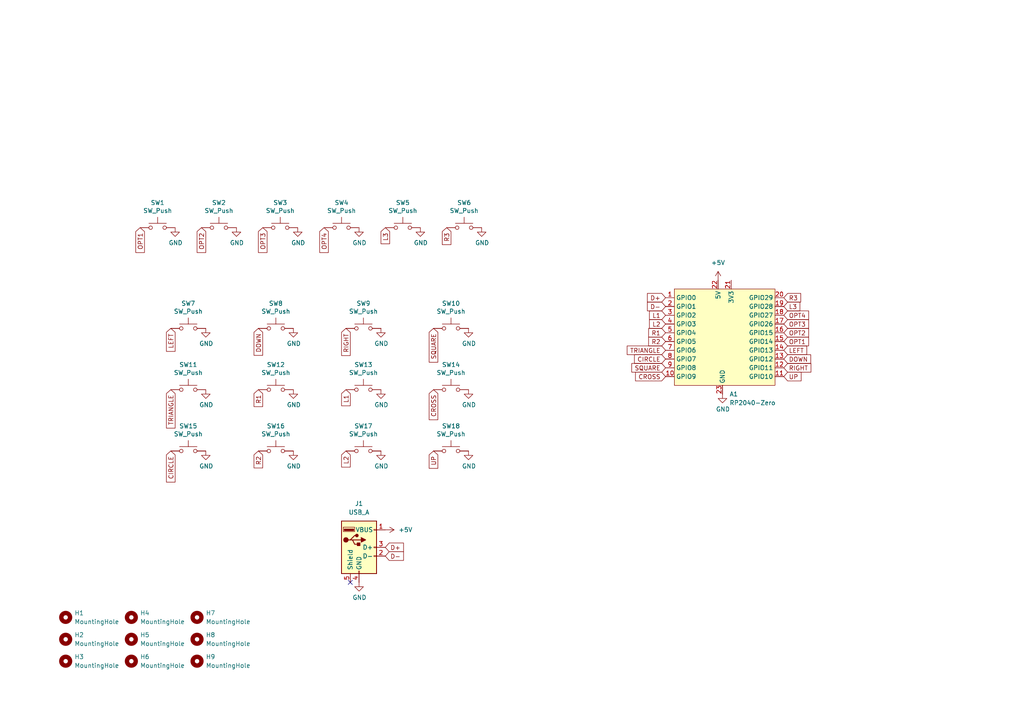
<source format=kicad_sch>
(kicad_sch (version 20230121) (generator eeschema)
  (paper "A4")
  (lib_symbols
    (symbol "Connector:USB_A" (pin_names (offset 1.016))
      (property "Reference" "J" (at -5.08 11.43 0))
      (property "Value" "USB_A" (at -5.08 8.89 0))
      (symbol "USB_A_0_1"
        (rectangle (start -5.08 -7.62) (end 5.08 7.62) (stroke (width 0.254)) (fill (type background)))
        (circle (center -3.81 2.159) (radius 0.635) (stroke (width 0.254)) (fill (type outline)))
        (rectangle (start -1.524 4.826) (end -4.318 5.334) (fill (type outline)))
        (rectangle (start -1.27 4.572) (end -4.572 5.842))
        (circle (center -0.635 3.429) (radius 0.381) (stroke (width 0.254)) (fill (type outline)))
        (rectangle (start -0.127 -7.62) (end 0.127 -6.858))
        (polyline (pts (xy -3.175 2.159) (xy -2.54 2.159) (xy -1.27 3.429) (xy -0.635 3.429)) (stroke (width 0.254)))
        (polyline (pts (xy -2.54 2.159) (xy -1.905 2.159) (xy -1.27 0.889) (xy 0 0.889)) (stroke (width 0.254)))
        (polyline (pts (xy 0.635 2.794) (xy 0.635 1.524) (xy 1.905 2.159) (xy 0.635 2.794)) (stroke (width 0.254)) (fill (type outline)))
        (rectangle (start 0.254 1.27) (end -0.508 0.508) (stroke (width 0.254)) (fill (type outline)))
        (rectangle (start 5.08 -2.667) (end 4.318 -2.413))
        (rectangle (start 5.08 -0.127) (end 4.318 0.127))
        (rectangle (start 5.08 4.953) (end 4.318 5.207))
      )
      (symbol "USB_A_1_1"
        (polyline (pts (xy -1.905 2.159) (xy 0.635 2.159)) (stroke (width 0.254)))
        (pin power_in line (at 7.62 5.08 180) (length 2.54) (name "VBUS") (number "1"))
        (pin bidirectional line (at 7.62 -2.54 180) (length 2.54) (name "D-") (number "2"))
        (pin bidirectional line (at 7.62 0 180) (length 2.54) (name "D+") (number "3"))
        (pin power_in line (at 0 -10.16 90) (length 2.54) (name "GND") (number "4"))
        (pin passive line (at -2.54 -10.16 90) (length 2.54) (name "Shield") (number "5"))
      )
    )
    (symbol "Mechanical:MountingHole" (pin_names (offset 1.016))
      (property "Reference" "H" (at 0 5.08 0))
      (property "Value" "MountingHole" (at 0 3.175 0))
      (symbol "MountingHole_0_1"
        (circle (center 0 0) (radius 1.27) (stroke (width 1.27)))
      )
    )
    (symbol "RP2040-Zero:RP2040-Zero"
      (property "Reference" "U" (at 0 1.27 0))
      (property "Value" "RP2040-Zero" (at 0 -1.27 0))
      (symbol "RP2040-Zero_0_1"
        (rectangle (start -13.97 12.7) (end 15.24 -15.24) (fill (type background)))
      )
      (symbol "RP2040-Zero_1_1"
        (pin bidirectional line (at -16.51 10.16 0) (length 2.54) (name "GPIO0") (number "1"))
        (pin bidirectional line (at -16.51 -12.7 0) (length 2.54) (name "GPIO9") (number "10"))
        (pin bidirectional line (at 17.78 -12.7 180) (length 2.54) (name "GPIO10") (number "11"))
        (pin bidirectional line (at 17.78 -10.16 180) (length 2.54) (name "GPIO11") (number "12"))
        (pin bidirectional line (at 17.78 -7.62 180) (length 2.54) (name "GPIO12") (number "13"))
        (pin bidirectional line (at 17.78 -5.08 180) (length 2.54) (name "GPIO13") (number "14"))
        (pin bidirectional line (at 17.78 -2.54 180) (length 2.54) (name "GPIO14") (number "15"))
        (pin bidirectional line (at 17.78 0 180) (length 2.54) (name "GPIO15") (number "16"))
        (pin bidirectional line (at 17.78 2.54 180) (length 2.54) (name "GPIO26") (number "17"))
        (pin bidirectional line (at 17.78 5.08 180) (length 2.54) (name "GPIO27") (number "18"))
        (pin bidirectional line (at 17.78 7.62 180) (length 2.54) (name "GPIO28") (number "19"))
        (pin bidirectional line (at -16.51 7.62 0) (length 2.54) (name "GPIO1") (number "2"))
        (pin bidirectional line (at 17.78 10.16 180) (length 2.54) (name "GPIO29") (number "20"))
        (pin power_out line (at 2.54 15.24 270) (length 2.54) (name "3V3") (number "21"))
        (pin power_in line (at -1.27 15.24 270) (length 2.54) (name "5V") (number "22"))
        (pin power_in line (at 0 -17.78 90) (length 2.54) (name "GND") (number "23"))
        (pin bidirectional line (at -16.51 5.08 0) (length 2.54) (name "GPIO2") (number "3"))
        (pin bidirectional line (at -16.51 2.54 0) (length 2.54) (name "GPIO3") (number "4"))
        (pin bidirectional line (at -16.51 0 0) (length 2.54) (name "GPIO4") (number "5"))
        (pin bidirectional line (at -16.51 -2.54 0) (length 2.54) (name "GPIO5") (number "6"))
        (pin bidirectional line (at -16.51 -5.08 0) (length 2.54) (name "GPIO6") (number "7"))
        (pin bidirectional line (at -16.51 -7.62 0) (length 2.54) (name "GPIO7") (number "8"))
        (pin bidirectional line (at -16.51 -10.16 0) (length 2.54) (name "GPIO8") (number "9"))
      )
    )
    (symbol "Switch:SW_Push" (pin_numbers hide) (pin_names (offset 1.016) hide)
      (property "Reference" "SW" (at 1.27 2.54 0))
      (property "Value" "SW_Push" (at 0 -1.524 0))
      (symbol "SW_Push_0_1"
        (circle (center -2.032 0) (radius 0.508))
        (polyline (pts (xy 0 1.27) (xy 0 3.048)))
        (polyline (pts (xy 2.54 1.27) (xy -2.54 1.27)))
        (circle (center 2.032 0) (radius 0.508))
        (pin passive line (at -5.08 0 0) (length 2.54) (name "1") (number "1"))
        (pin passive line (at 5.08 0 180) (length 2.54) (name "2") (number "2"))
      )
    )
    (symbol "power:+5V" (power) (pin_names (offset 0))
      (property "Value" "+5V" (at 0 3.556 0))
      (symbol "+5V_0_1"
        (polyline (pts (xy -0.762 1.27) (xy 0 2.54)))
        (polyline (pts (xy 0 0) (xy 0 2.54)))
        (polyline (pts (xy 0 2.54) (xy 0.762 1.27)))
      )
      (symbol "+5V_1_1"
        (pin power_in line (at 0 0 90) (length 0) hide (name "+5V") (number "1"))
      )
    )
    (symbol "power:GND" (power) (pin_names (offset 0))
      (property "Value" "GND" (at 0 -3.81 0))
      (symbol "GND_0_1"
        (polyline (pts (xy 0 0) (xy 0 -1.27) (xy 1.27 -1.27) (xy 0 -2.54) (xy -1.27 -1.27) (xy 0 -1.27)))
      )
      (symbol "GND_1_1"
        (pin power_in line (at 0 0 270) (length 0) hide (name "GND") (number "1"))
      )
    )
  )
  (no_connect (at 101.6 168.91))
  (global_label "TRIANGLE" (shape input) (at 49.53 113.03 270) (property "Intersheetrefs" "${INTERSHEET_REFS}" (effects hide)))
  (global_label "CROSS" (shape input) (at 125.73 113.03 270) (property "Intersheetrefs" "${INTERSHEET_REFS}" (effects hide)))
  (global_label "R2" (shape input) (at 74.93 130.81 270) (property "Intersheetrefs" "${INTERSHEET_REFS}" (effects hide)))
  (global_label "TRIANGLE" (shape input) (at 193.04 101.6 180) (property "Intersheetrefs" "${INTERSHEET_REFS}" (effects hide)))
  (global_label "OPT1" (shape input) (at 227.33 99.06 0) (property "Intersheetrefs" "${INTERSHEET_REFS}" (effects hide)))
  (global_label "L2" (shape input) (at 100.33 130.81 270) (property "Intersheetrefs" "${INTERSHEET_REFS}" (effects hide)))
  (global_label "R1" (shape input) (at 74.93 113.03 270) (property "Intersheetrefs" "${INTERSHEET_REFS}" (effects hide)))
  (global_label "RIGHT" (shape input) (at 100.33 95.25 270) (property "Intersheetrefs" "${INTERSHEET_REFS}" (effects hide)))
  (global_label "SQUARE" (shape input) (at 125.73 95.25 270) (property "Intersheetrefs" "${INTERSHEET_REFS}" (effects hide)))
  (global_label "R3" (shape input) (at 129.54 66.04 270) (property "Intersheetrefs" "${INTERSHEET_REFS}" (effects hide)))
  (global_label "D+" (shape input) (at 111.76 158.75 0) (property "Intersheetrefs" "${INTERSHEET_REFS}" (effects hide)))
  (global_label "SQUARE" (shape input) (at 193.04 106.68 180) (property "Intersheetrefs" "${INTERSHEET_REFS}" (effects hide)))
  (global_label "OPT2" (shape input) (at 58.42 66.04 270) (property "Intersheetrefs" "${INTERSHEET_REFS}" (effects hide)))
  (global_label "UP" (shape input) (at 125.73 130.81 270) (property "Intersheetrefs" "${INTERSHEET_REFS}" (effects hide)))
  (global_label "RIGHT" (shape input) (at 227.33 106.68 0) (property "Intersheetrefs" "${INTERSHEET_REFS}" (effects hide)))
  (global_label "R1" (shape input) (at 193.04 96.52 180) (property "Intersheetrefs" "${INTERSHEET_REFS}" (effects hide)))
  (global_label "OPT3" (shape input) (at 227.33 93.98 0) (property "Intersheetrefs" "${INTERSHEET_REFS}" (effects hide)))
  (global_label "CIRCLE" (shape input) (at 193.04 104.14 180) (property "Intersheetrefs" "${INTERSHEET_REFS}" (effects hide)))
  (global_label "L2" (shape input) (at 193.04 93.98 180) (property "Intersheetrefs" "${INTERSHEET_REFS}" (effects hide)))
  (global_label "CROSS" (shape input) (at 193.04 109.22 180) (property "Intersheetrefs" "${INTERSHEET_REFS}" (effects hide)))
  (global_label "OPT4" (shape input) (at 227.33 91.44 0) (property "Intersheetrefs" "${INTERSHEET_REFS}" (effects hide)))
  (global_label "DOWN" (shape input) (at 74.93 95.25 270) (property "Intersheetrefs" "${INTERSHEET_REFS}" (effects hide)))
  (global_label "LEFT" (shape input) (at 227.33 101.6 0) (property "Intersheetrefs" "${INTERSHEET_REFS}" (effects hide)))
  (global_label "R3" (shape input) (at 227.33 86.36 0) (property "Intersheetrefs" "${INTERSHEET_REFS}" (effects hide)))
  (global_label "D-" (shape input) (at 111.76 161.29 0) (property "Intersheetrefs" "${INTERSHEET_REFS}" (effects hide)))
  (global_label "DOWN" (shape input) (at 227.33 104.14 0) (property "Intersheetrefs" "${INTERSHEET_REFS}" (effects hide)))
  (global_label "D+" (shape input) (at 193.04 86.36 180) (property "Intersheetrefs" "${INTERSHEET_REFS}" (effects hide)))
  (global_label "R2" (shape input) (at 193.04 99.06 180) (property "Intersheetrefs" "${INTERSHEET_REFS}" (effects hide)))
  (global_label "LEFT" (shape input) (at 49.53 95.25 270) (property "Intersheetrefs" "${INTERSHEET_REFS}" (effects hide)))
  (global_label "UP" (shape input) (at 227.33 109.22 0) (property "Intersheetrefs" "${INTERSHEET_REFS}" (effects hide)))
  (global_label "OPT4" (shape input) (at 93.98 66.04 270) (property "Intersheetrefs" "${INTERSHEET_REFS}" (effects hide)))
  (global_label "L3" (shape input) (at 111.76 66.04 270) (property "Intersheetrefs" "${INTERSHEET_REFS}" (effects hide)))
  (global_label "L1" (shape input) (at 100.33 113.03 270) (property "Intersheetrefs" "${INTERSHEET_REFS}" (effects hide)))
  (global_label "CIRCLE" (shape input) (at 49.53 130.81 270) (property "Intersheetrefs" "${INTERSHEET_REFS}" (effects hide)))
  (global_label "OPT1" (shape input) (at 40.64 66.04 270) (property "Intersheetrefs" "${INTERSHEET_REFS}" (effects hide)))
  (global_label "OPT2" (shape input) (at 227.33 96.52 0) (property "Intersheetrefs" "${INTERSHEET_REFS}" (effects hide)))
  (global_label "D-" (shape input) (at 193.04 88.9 180) (property "Intersheetrefs" "${INTERSHEET_REFS}" (effects hide)))
  (global_label "OPT3" (shape input) (at 76.2 66.04 270) (property "Intersheetrefs" "${INTERSHEET_REFS}" (effects hide)))
  (global_label "L3" (shape input) (at 227.33 88.9 0) (property "Intersheetrefs" "${INTERSHEET_REFS}" (effects hide)))
  (global_label "L1" (shape input) (at 193.04 91.44 180) (property "Intersheetrefs" "${INTERSHEET_REFS}" (effects hide)))
  (symbol (lib_id "Switch:SW_Push") (at 45.72 66.04 0) (unit 1)
    (property "Reference" "SW1" (at 45.72 58.801 0))
    (property "Value" "SW_Push" (at 45.72 61.1124 0))
    (property "Footprint" "Button_Switch_THT:SW_PUSH_6mm_H5mm" (effects hide))
  )
  (symbol (lib_id "Switch:SW_Push") (at 63.5 66.04 0) (unit 1)
    (property "Reference" "SW2" (at 63.5 58.801 0))
    (property "Value" "SW_Push" (at 63.5 61.1124 0))
    (property "Footprint" "Button_Switch_THT:SW_PUSH_6mm_H5mm" (effects hide))
  )
  (symbol (lib_id "Switch:SW_Push") (at 81.28 66.04 0) (unit 1)
    (property "Reference" "SW3" (at 81.28 58.801 0))
    (property "Value" "SW_Push" (at 81.28 61.1124 0))
    (property "Footprint" "Button_Switch_THT:SW_PUSH_6mm_H5mm" (effects hide))
  )
  (symbol (lib_id "Switch:SW_Push") (at 99.06 66.04 0) (unit 1)
    (property "Reference" "SW4" (at 99.06 58.801 0))
    (property "Value" "SW_Push" (at 99.06 61.1124 0))
    (property "Footprint" "Button_Switch_THT:SW_PUSH_6mm_H5mm" (effects hide))
  )
  (symbol (lib_id "Switch:SW_Push") (at 116.84 66.04 0) (unit 1)
    (property "Reference" "SW5" (at 116.84 58.801 0))
    (property "Value" "SW_Push" (at 116.84 61.1124 0))
    (property "Footprint" "Kailh:Kailh_socket_PG1350_optional" (effects hide))
  )
  (symbol (lib_id "Switch:SW_Push") (at 134.62 66.04 0) (unit 1)
    (property "Reference" "SW6" (at 134.62 58.801 0))
    (property "Value" "SW_Push" (at 134.62 61.1124 0))
    (property "Footprint" "Kailh:Kailh_socket_PG1350_optional" (effects hide))
  )
  (symbol (lib_id "power:GND") (at 50.8 66.04 0) (unit 1)
    (property "Reference" "#PWR01" (effects hide))
    (property "Value" "GND" (at 50.927 70.4342 0))
  )
  (symbol (lib_id "power:GND") (at 68.58 66.04 0) (unit 1)
    (property "Reference" "#PWR02" (effects hide))
    (property "Value" "GND" (at 68.707 70.4342 0))
  )
  (symbol (lib_id "power:GND") (at 86.36 66.04 0) (unit 1)
    (property "Reference" "#PWR03" (effects hide))
    (property "Value" "GND" (at 86.487 70.4342 0))
  )
  (symbol (lib_id "power:GND") (at 104.14 66.04 0) (unit 1)
    (property "Reference" "#PWR04" (effects hide))
    (property "Value" "GND" (at 104.267 70.4342 0))
  )
  (symbol (lib_id "power:GND") (at 121.92 66.04 0) (unit 1)
    (property "Reference" "#PWR05" (effects hide))
    (property "Value" "GND" (at 122.047 70.4342 0))
  )
  (symbol (lib_id "power:GND") (at 139.7 66.04 0) (unit 1)
    (property "Reference" "#PWR06" (effects hide))
    (property "Value" "GND" (at 139.827 70.4342 0))
  )
  (symbol (lib_id "Switch:SW_Push") (at 54.61 95.25 0) (unit 1)
    (property "Reference" "SW7" (at 54.61 88.011 0))
    (property "Value" "SW_Push" (at 54.61 90.3224 0))
    (property "Footprint" "Kailh:Kailh_socket_PG1350_optional" (effects hide))
  )
  (symbol (lib_id "Switch:SW_Push") (at 130.81 130.81 0) (unit 1)
    (property "Reference" "SW18" (at 130.81 123.571 0))
    (property "Value" "SW_Push" (at 130.81 125.8824 0))
    (property "Footprint" "Kailh:Kailh_socket_PG1350_optional" (effects hide))
  )
  (symbol (lib_id "Switch:SW_Push") (at 80.01 113.03 0) (unit 1)
    (property "Reference" "SW12" (at 80.01 105.791 0))
    (property "Value" "SW_Push" (at 80.01 108.1024 0))
    (property "Footprint" "Kailh:Kailh_socket_PG1350_optional" (effects hide))
  )
  (symbol (lib_id "Switch:SW_Push") (at 54.61 130.81 0) (unit 1)
    (property "Reference" "SW15" (at 54.61 123.571 0))
    (property "Value" "SW_Push" (at 54.61 125.8824 0))
    (property "Footprint" "Kailh:Kailh_socket_PG1350_optional" (effects hide))
  )
  (symbol (lib_id "Switch:SW_Push") (at 80.01 95.25 0) (unit 1)
    (property "Reference" "SW8" (at 80.01 88.011 0))
    (property "Value" "SW_Push" (at 80.01 90.3224 0))
    (property "Footprint" "Kailh:Kailh_socket_PG1350_optional" (effects hide))
  )
  (symbol (lib_id "Switch:SW_Push") (at 130.81 95.25 0) (unit 1)
    (property "Reference" "SW10" (at 130.81 88.011 0))
    (property "Value" "SW_Push" (at 130.81 90.3224 0))
    (property "Footprint" "Kailh:Kailh_socket_PG1350_optional" (effects hide))
  )
  (symbol (lib_id "Switch:SW_Push") (at 105.41 113.03 0) (unit 1)
    (property "Reference" "SW13" (at 105.41 105.791 0))
    (property "Value" "SW_Push" (at 105.41 108.1024 0))
    (property "Footprint" "Kailh:Kailh_socket_PG1350_optional" (effects hide))
  )
  (symbol (lib_id "Switch:SW_Push") (at 80.01 130.81 0) (unit 1)
    (property "Reference" "SW16" (at 80.01 123.571 0))
    (property "Value" "SW_Push" (at 80.01 125.8824 0))
    (property "Footprint" "Kailh:Kailh_socket_PG1350_optional" (effects hide))
  )
  (symbol (lib_id "Switch:SW_Push") (at 105.41 95.25 0) (unit 1)
    (property "Reference" "SW9" (at 105.41 88.011 0))
    (property "Value" "SW_Push" (at 105.41 90.3224 0))
    (property "Footprint" "Kailh:Kailh_socket_PG1350_optional" (effects hide))
  )
  (symbol (lib_id "Switch:SW_Push") (at 54.61 113.03 0) (unit 1)
    (property "Reference" "SW11" (at 54.61 105.791 0))
    (property "Value" "SW_Push" (at 54.61 108.1024 0))
    (property "Footprint" "Kailh:Kailh_socket_PG1350_optional" (effects hide))
  )
  (symbol (lib_id "Switch:SW_Push") (at 130.81 113.03 0) (unit 1)
    (property "Reference" "SW14" (at 130.81 105.791 0))
    (property "Value" "SW_Push" (at 130.81 108.1024 0))
    (property "Footprint" "Kailh:Kailh_socket_PG1350_optional" (effects hide))
  )
  (symbol (lib_id "Switch:SW_Push") (at 105.41 130.81 0) (unit 1)
    (property "Reference" "SW17" (at 105.41 123.571 0))
    (property "Value" "SW_Push" (at 105.41 125.8824 0))
    (property "Footprint" "Kailh:Kailh_socket_PG1350_optional" (effects hide))
  )
  (symbol (lib_id "power:GND") (at 59.69 95.25 0) (unit 1)
    (property "Reference" "#PWR07" (effects hide))
    (property "Value" "GND" (at 59.817 99.6442 0))
  )
  (symbol (lib_id "power:GND") (at 135.89 130.81 0) (unit 1)
    (property "Reference" "#PWR018" (effects hide))
    (property "Value" "GND" (at 136.017 135.2042 0))
  )
  (symbol (lib_id "power:GND") (at 85.09 113.03 0) (unit 1)
    (property "Reference" "#PWR012" (effects hide))
    (property "Value" "GND" (at 85.217 117.4242 0))
  )
  (symbol (lib_id "power:GND") (at 59.69 130.81 0) (unit 1)
    (property "Reference" "#PWR015" (effects hide))
    (property "Value" "GND" (at 59.817 135.2042 0))
  )
  (symbol (lib_id "power:GND") (at 85.09 95.25 0) (unit 1)
    (property "Reference" "#PWR08" (effects hide))
    (property "Value" "GND" (at 85.217 99.6442 0))
  )
  (symbol (lib_id "power:GND") (at 135.89 95.25 0) (unit 1)
    (property "Reference" "#PWR010" (effects hide))
    (property "Value" "GND" (at 136.017 99.6442 0))
  )
  (symbol (lib_id "power:GND") (at 110.49 113.03 0) (unit 1)
    (property "Reference" "#PWR013" (effects hide))
    (property "Value" "GND" (at 110.617 117.4242 0))
  )
  (symbol (lib_id "power:GND") (at 85.09 130.81 0) (unit 1)
    (property "Reference" "#PWR016" (effects hide))
    (property "Value" "GND" (at 85.217 135.2042 0))
  )
  (symbol (lib_id "power:GND") (at 110.49 130.81 0) (unit 1)
    (property "Reference" "#PWR017" (effects hide))
    (property "Value" "GND" (at 110.617 135.2042 0))
  )
  (symbol (lib_id "power:GND") (at 135.89 113.03 0) (unit 1)
    (property "Reference" "#PWR014" (effects hide))
    (property "Value" "GND" (at 136.017 117.4242 0))
  )
  (symbol (lib_id "power:GND") (at 59.69 113.03 0) (unit 1)
    (property "Reference" "#PWR011" (effects hide))
    (property "Value" "GND" (at 59.817 117.4242 0))
  )
  (symbol (lib_id "power:GND") (at 110.49 95.25 0) (unit 1)
    (property "Reference" "#PWR09" (effects hide))
    (property "Value" "GND" (at 110.617 99.6442 0))
  )
  (symbol (lib_id "power:GND") (at 209.55 114.3 0) (unit 1)
    (property "Reference" "#PWR0102" (effects hide))
    (property "Value" "GND" (at 209.677 118.6942 0))
  )
  (symbol (lib_id "Mechanical:MountingHole") (at 19.05 191.77 0) (unit 1)
    (property "Reference" "H3" (at 21.59 190.4999 0) (effects (justify left)))
    (property "Value" "MountingHole" (at 21.59 193.0399 0) (effects (justify left)))
    (property "Footprint" "MountingHole:MountingHole_6.4mm_M6" (effects hide))
  )
  (symbol (lib_id "Mechanical:MountingHole") (at 57.15 191.77 0) (unit 1)
    (property "Reference" "H9" (at 59.69 190.4999 0) (effects (justify left)))
    (property "Value" "MountingHole" (at 59.69 193.0399 0) (effects (justify left)))
    (property "Footprint" "MountingHole:MountingHole_6.4mm_M6" (effects hide))
  )
  (symbol (lib_id "Mechanical:MountingHole") (at 19.05 179.07 0) (unit 1)
    (property "Reference" "H1" (at 21.59 177.7999 0) (effects (justify left)))
    (property "Value" "MountingHole" (at 21.59 180.3399 0) (effects (justify left)))
    (property "Footprint" "MountingHole:MountingHole_6.4mm_M6" (effects hide))
  )
  (symbol (lib_id "power:GND") (at 104.14 168.91 0) (unit 1)
    (property "Reference" "#PWR021" (effects hide))
    (property "Value" "GND" (at 104.267 173.3042 0))
  )
  (symbol (lib_id "Mechanical:MountingHole") (at 57.15 179.07 0) (unit 1)
    (property "Reference" "H7" (at 59.69 177.7999 0) (effects (justify left)))
    (property "Value" "MountingHole" (at 59.69 180.3399 0) (effects (justify left)))
    (property "Footprint" "MountingHole:MountingHole_6.4mm_M6" (effects hide))
  )
  (symbol (lib_id "power:+5V") (at 111.76 153.67 270) (unit 1)
    (property "Reference" "#PWR020" (effects hide))
    (property "Value" "+5V" (at 115.57 153.67 90) (effects (justify left)))
  )
  (symbol (lib_id "Mechanical:MountingHole") (at 38.1 179.07 0) (unit 1)
    (property "Reference" "H4" (at 40.64 177.7999 0) (effects (justify left)))
    (property "Value" "MountingHole" (at 40.64 180.3399 0) (effects (justify left)))
    (property "Footprint" "MountingHole:MountingHole_6.4mm_M6" (effects hide))
  )
  (symbol (lib_id "Mechanical:MountingHole") (at 57.15 185.42 0) (unit 1)
    (property "Reference" "H8" (at 59.69 184.1499 0) (effects (justify left)))
    (property "Value" "MountingHole" (at 59.69 186.6899 0) (effects (justify left)))
    (property "Footprint" "MountingHole:MountingHole_6.4mm_M6" (effects hide))
  )
  (symbol (lib_id "power:+5V") (at 208.28 81.28 0) (unit 1)
    (property "Reference" "#PWR019" (effects hide))
    (property "Value" "+5V" (at 208.28 76.2 0))
  )
  (symbol (lib_id "RP2040-Zero:RP2040-Zero") (at 209.55 96.52 0) (unit 1)
    (property "Reference" "A1" (at 211.5694 114.3 0) (effects (justify left)))
    (property "Value" "RP2040-Zero" (at 211.5694 116.84 0) (effects (justify left)))
    (property "Footprint" "RP2040-Zero:RP2040-Zero" (effects hide))
  )
  (symbol (lib_id "Mechanical:MountingHole") (at 38.1 185.42 0) (unit 1)
    (property "Reference" "H5" (at 40.64 184.1499 0) (effects (justify left)))
    (property "Value" "MountingHole" (at 40.64 186.6899 0) (effects (justify left)))
    (property "Footprint" "MountingHole:MountingHole_6.4mm_M6" (effects hide))
  )
  (symbol (lib_id "Connector:USB_A") (at 104.14 158.75 0) (unit 1)
    (property "Reference" "J1" (at 104.14 146.05 0))
    (property "Value" "USB_A" (at 104.14 148.59 0))
    (property "Footprint" "USB-Pads:USB Pads" (effects hide))
    (property "Datasheet" " ~" (effects hide))
  )
  (symbol (lib_id "Mechanical:MountingHole") (at 38.1 191.77 0) (unit 1)
    (property "Reference" "H6" (at 40.64 190.4999 0) (effects (justify left)))
    (property "Value" "MountingHole" (at 40.64 193.0399 0) (effects (justify left)))
    (property "Footprint" "MountingHole:MountingHole_6.4mm_M6" (effects hide))
  )
  (symbol (lib_id "Mechanical:MountingHole") (at 19.05 185.42 0) (unit 1)
    (property "Reference" "H2" (at 21.59 184.1499 0) (effects (justify left)))
    (property "Value" "MountingHole" (at 21.59 186.6899 0) (effects (justify left)))
    (property "Footprint" "MountingHole:MountingHole_6.4mm_M6" (effects hide))
  )
)
</source>
